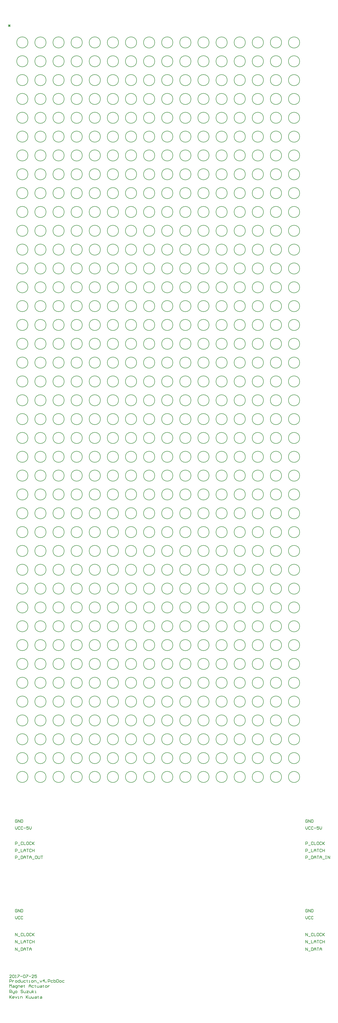
<source format=gto>
G04 Layer_Color=65535*
%FSLAX25Y25*%
%MOIN*%
G70*
G01*
G75*
%ADD11C,0.01000*%
D11*
X4272673Y2527543D02*
G03*
X4272673Y2527543I-11673J0D01*
G01*
Y2567043D02*
G03*
X4272673Y2567043I-11673J0D01*
G01*
Y2606543D02*
G03*
X4272673Y2606543I-11673J0D01*
G01*
Y2646043D02*
G03*
X4272673Y2646043I-11673J0D01*
G01*
Y2685543D02*
G03*
X4272673Y2685543I-11673J0D01*
G01*
Y2725043D02*
G03*
X4272673Y2725043I-11673J0D01*
G01*
Y2764543D02*
G03*
X4272673Y2764543I-11673J0D01*
G01*
Y2804043D02*
G03*
X4272673Y2804043I-11673J0D01*
G01*
Y2843543D02*
G03*
X4272673Y2843543I-11673J0D01*
G01*
Y3159543D02*
G03*
X4272673Y3159543I-11673J0D01*
G01*
Y3475543D02*
G03*
X4272673Y3475543I-11673J0D01*
G01*
Y3791587D02*
G03*
X4272673Y3791587I-11673J0D01*
G01*
Y2883043D02*
G03*
X4272673Y2883043I-11673J0D01*
G01*
Y3199043D02*
G03*
X4272673Y3199043I-11673J0D01*
G01*
Y3515043D02*
G03*
X4272673Y3515043I-11673J0D01*
G01*
Y3831087D02*
G03*
X4272673Y3831087I-11673J0D01*
G01*
Y2922543D02*
G03*
X4272673Y2922543I-11673J0D01*
G01*
Y3238543D02*
G03*
X4272673Y3238543I-11673J0D01*
G01*
Y3554543D02*
G03*
X4272673Y3554543I-11673J0D01*
G01*
Y3870587D02*
G03*
X4272673Y3870587I-11673J0D01*
G01*
Y2962043D02*
G03*
X4272673Y2962043I-11673J0D01*
G01*
Y3278043D02*
G03*
X4272673Y3278043I-11673J0D01*
G01*
Y3594043D02*
G03*
X4272673Y3594043I-11673J0D01*
G01*
Y3910086D02*
G03*
X4272673Y3910086I-11673J0D01*
G01*
Y3001543D02*
G03*
X4272673Y3001543I-11673J0D01*
G01*
Y3317543D02*
G03*
X4272673Y3317543I-11673J0D01*
G01*
Y3633543D02*
G03*
X4272673Y3633543I-11673J0D01*
G01*
Y3949586D02*
G03*
X4272673Y3949586I-11673J0D01*
G01*
Y3041043D02*
G03*
X4272673Y3041043I-11673J0D01*
G01*
Y3357043D02*
G03*
X4272673Y3357043I-11673J0D01*
G01*
Y3673043D02*
G03*
X4272673Y3673043I-11673J0D01*
G01*
Y3989087D02*
G03*
X4272673Y3989087I-11673J0D01*
G01*
Y3080543D02*
G03*
X4272673Y3080543I-11673J0D01*
G01*
Y3396543D02*
G03*
X4272673Y3396543I-11673J0D01*
G01*
Y3712543D02*
G03*
X4272673Y3712543I-11673J0D01*
G01*
Y4028587D02*
G03*
X4272673Y4028587I-11673J0D01*
G01*
Y3120043D02*
G03*
X4272673Y3120043I-11673J0D01*
G01*
Y3436043D02*
G03*
X4272673Y3436043I-11673J0D01*
G01*
Y3752043D02*
G03*
X4272673Y3752043I-11673J0D01*
G01*
Y4068087D02*
G03*
X4272673Y4068087I-11673J0D01*
G01*
X4310673Y2527500D02*
G03*
X4310673Y2527500I-11673J0D01*
G01*
Y2567000D02*
G03*
X4310673Y2567000I-11673J0D01*
G01*
Y2606500D02*
G03*
X4310673Y2606500I-11673J0D01*
G01*
Y2646000D02*
G03*
X4310673Y2646000I-11673J0D01*
G01*
Y2685500D02*
G03*
X4310673Y2685500I-11673J0D01*
G01*
Y2725000D02*
G03*
X4310673Y2725000I-11673J0D01*
G01*
Y2764500D02*
G03*
X4310673Y2764500I-11673J0D01*
G01*
Y2804000D02*
G03*
X4310673Y2804000I-11673J0D01*
G01*
Y2843500D02*
G03*
X4310673Y2843500I-11673J0D01*
G01*
Y3159500D02*
G03*
X4310673Y3159500I-11673J0D01*
G01*
Y3475500D02*
G03*
X4310673Y3475500I-11673J0D01*
G01*
Y3791500D02*
G03*
X4310673Y3791500I-11673J0D01*
G01*
Y2883000D02*
G03*
X4310673Y2883000I-11673J0D01*
G01*
Y3199000D02*
G03*
X4310673Y3199000I-11673J0D01*
G01*
Y3515000D02*
G03*
X4310673Y3515000I-11673J0D01*
G01*
Y3831000D02*
G03*
X4310673Y3831000I-11673J0D01*
G01*
Y2922500D02*
G03*
X4310673Y2922500I-11673J0D01*
G01*
Y3238500D02*
G03*
X4310673Y3238500I-11673J0D01*
G01*
Y3554500D02*
G03*
X4310673Y3554500I-11673J0D01*
G01*
Y3870500D02*
G03*
X4310673Y3870500I-11673J0D01*
G01*
Y2962000D02*
G03*
X4310673Y2962000I-11673J0D01*
G01*
Y3278000D02*
G03*
X4310673Y3278000I-11673J0D01*
G01*
Y3594000D02*
G03*
X4310673Y3594000I-11673J0D01*
G01*
Y3910000D02*
G03*
X4310673Y3910000I-11673J0D01*
G01*
Y3001500D02*
G03*
X4310673Y3001500I-11673J0D01*
G01*
Y3317500D02*
G03*
X4310673Y3317500I-11673J0D01*
G01*
Y3633500D02*
G03*
X4310673Y3633500I-11673J0D01*
G01*
Y3949500D02*
G03*
X4310673Y3949500I-11673J0D01*
G01*
Y3041000D02*
G03*
X4310673Y3041000I-11673J0D01*
G01*
Y3357000D02*
G03*
X4310673Y3357000I-11673J0D01*
G01*
Y3673000D02*
G03*
X4310673Y3673000I-11673J0D01*
G01*
Y3989000D02*
G03*
X4310673Y3989000I-11673J0D01*
G01*
Y3080500D02*
G03*
X4310673Y3080500I-11673J0D01*
G01*
Y3396500D02*
G03*
X4310673Y3396500I-11673J0D01*
G01*
Y3712500D02*
G03*
X4310673Y3712500I-11673J0D01*
G01*
Y4028500D02*
G03*
X4310673Y4028500I-11673J0D01*
G01*
Y3120000D02*
G03*
X4310673Y3120000I-11673J0D01*
G01*
Y3436000D02*
G03*
X4310673Y3436000I-11673J0D01*
G01*
Y3752000D02*
G03*
X4310673Y3752000I-11673J0D01*
G01*
Y4068000D02*
G03*
X4310673Y4068000I-11673J0D01*
G01*
X4348672Y2527543D02*
G03*
X4348672Y2527543I-11673J0D01*
G01*
Y2567043D02*
G03*
X4348672Y2567043I-11673J0D01*
G01*
Y2606543D02*
G03*
X4348672Y2606543I-11673J0D01*
G01*
Y2646043D02*
G03*
X4348672Y2646043I-11673J0D01*
G01*
Y2685543D02*
G03*
X4348672Y2685543I-11673J0D01*
G01*
Y2725043D02*
G03*
X4348672Y2725043I-11673J0D01*
G01*
Y2764543D02*
G03*
X4348672Y2764543I-11673J0D01*
G01*
Y2804043D02*
G03*
X4348672Y2804043I-11673J0D01*
G01*
Y2843543D02*
G03*
X4348672Y2843543I-11673J0D01*
G01*
Y3159543D02*
G03*
X4348672Y3159543I-11673J0D01*
G01*
Y3475543D02*
G03*
X4348672Y3475543I-11673J0D01*
G01*
Y3791587D02*
G03*
X4348672Y3791587I-11673J0D01*
G01*
Y2883043D02*
G03*
X4348672Y2883043I-11673J0D01*
G01*
Y3199043D02*
G03*
X4348672Y3199043I-11673J0D01*
G01*
Y3515043D02*
G03*
X4348672Y3515043I-11673J0D01*
G01*
Y3831087D02*
G03*
X4348672Y3831087I-11673J0D01*
G01*
Y2922543D02*
G03*
X4348672Y2922543I-11673J0D01*
G01*
Y3238543D02*
G03*
X4348672Y3238543I-11673J0D01*
G01*
Y3554543D02*
G03*
X4348672Y3554543I-11673J0D01*
G01*
Y3870587D02*
G03*
X4348672Y3870587I-11673J0D01*
G01*
Y2962043D02*
G03*
X4348672Y2962043I-11673J0D01*
G01*
Y3278043D02*
G03*
X4348672Y3278043I-11673J0D01*
G01*
Y3594043D02*
G03*
X4348672Y3594043I-11673J0D01*
G01*
Y3910086D02*
G03*
X4348672Y3910086I-11673J0D01*
G01*
Y3001543D02*
G03*
X4348672Y3001543I-11673J0D01*
G01*
Y3317543D02*
G03*
X4348672Y3317543I-11673J0D01*
G01*
Y3633543D02*
G03*
X4348672Y3633543I-11673J0D01*
G01*
Y3949586D02*
G03*
X4348672Y3949586I-11673J0D01*
G01*
Y3041043D02*
G03*
X4348672Y3041043I-11673J0D01*
G01*
Y3357043D02*
G03*
X4348672Y3357043I-11673J0D01*
G01*
Y3673043D02*
G03*
X4348672Y3673043I-11673J0D01*
G01*
Y3989087D02*
G03*
X4348672Y3989087I-11673J0D01*
G01*
Y3080543D02*
G03*
X4348672Y3080543I-11673J0D01*
G01*
Y3396543D02*
G03*
X4348672Y3396543I-11673J0D01*
G01*
Y3712543D02*
G03*
X4348672Y3712543I-11673J0D01*
G01*
Y4028587D02*
G03*
X4348672Y4028587I-11673J0D01*
G01*
Y3120043D02*
G03*
X4348672Y3120043I-11673J0D01*
G01*
Y3436043D02*
G03*
X4348672Y3436043I-11673J0D01*
G01*
Y3752043D02*
G03*
X4348672Y3752043I-11673J0D01*
G01*
Y4068087D02*
G03*
X4348672Y4068087I-11673J0D01*
G01*
X4386673Y2527500D02*
G03*
X4386673Y2527500I-11673J0D01*
G01*
Y2567000D02*
G03*
X4386673Y2567000I-11673J0D01*
G01*
Y2606500D02*
G03*
X4386673Y2606500I-11673J0D01*
G01*
Y2646000D02*
G03*
X4386673Y2646000I-11673J0D01*
G01*
Y2685500D02*
G03*
X4386673Y2685500I-11673J0D01*
G01*
Y2725000D02*
G03*
X4386673Y2725000I-11673J0D01*
G01*
Y2764500D02*
G03*
X4386673Y2764500I-11673J0D01*
G01*
Y2804000D02*
G03*
X4386673Y2804000I-11673J0D01*
G01*
Y2843500D02*
G03*
X4386673Y2843500I-11673J0D01*
G01*
Y3159500D02*
G03*
X4386673Y3159500I-11673J0D01*
G01*
Y3475500D02*
G03*
X4386673Y3475500I-11673J0D01*
G01*
Y3791500D02*
G03*
X4386673Y3791500I-11673J0D01*
G01*
Y2883000D02*
G03*
X4386673Y2883000I-11673J0D01*
G01*
Y3199000D02*
G03*
X4386673Y3199000I-11673J0D01*
G01*
Y3515000D02*
G03*
X4386673Y3515000I-11673J0D01*
G01*
Y3831000D02*
G03*
X4386673Y3831000I-11673J0D01*
G01*
Y2922500D02*
G03*
X4386673Y2922500I-11673J0D01*
G01*
Y3238500D02*
G03*
X4386673Y3238500I-11673J0D01*
G01*
Y3554500D02*
G03*
X4386673Y3554500I-11673J0D01*
G01*
Y3870500D02*
G03*
X4386673Y3870500I-11673J0D01*
G01*
Y2962000D02*
G03*
X4386673Y2962000I-11673J0D01*
G01*
Y3278000D02*
G03*
X4386673Y3278000I-11673J0D01*
G01*
Y3594000D02*
G03*
X4386673Y3594000I-11673J0D01*
G01*
Y3910000D02*
G03*
X4386673Y3910000I-11673J0D01*
G01*
Y3001500D02*
G03*
X4386673Y3001500I-11673J0D01*
G01*
Y3317500D02*
G03*
X4386673Y3317500I-11673J0D01*
G01*
Y3633500D02*
G03*
X4386673Y3633500I-11673J0D01*
G01*
Y3949500D02*
G03*
X4386673Y3949500I-11673J0D01*
G01*
Y3041000D02*
G03*
X4386673Y3041000I-11673J0D01*
G01*
Y3357000D02*
G03*
X4386673Y3357000I-11673J0D01*
G01*
Y3673000D02*
G03*
X4386673Y3673000I-11673J0D01*
G01*
Y3989000D02*
G03*
X4386673Y3989000I-11673J0D01*
G01*
Y3080500D02*
G03*
X4386673Y3080500I-11673J0D01*
G01*
Y3396500D02*
G03*
X4386673Y3396500I-11673J0D01*
G01*
Y3712500D02*
G03*
X4386673Y3712500I-11673J0D01*
G01*
Y4028500D02*
G03*
X4386673Y4028500I-11673J0D01*
G01*
Y3120000D02*
G03*
X4386673Y3120000I-11673J0D01*
G01*
Y3436000D02*
G03*
X4386673Y3436000I-11673J0D01*
G01*
Y3752000D02*
G03*
X4386673Y3752000I-11673J0D01*
G01*
Y4068000D02*
G03*
X4386673Y4068000I-11673J0D01*
G01*
X4424673Y2527543D02*
G03*
X4424673Y2527543I-11673J0D01*
G01*
Y2567043D02*
G03*
X4424673Y2567043I-11673J0D01*
G01*
Y2606543D02*
G03*
X4424673Y2606543I-11673J0D01*
G01*
Y2646043D02*
G03*
X4424673Y2646043I-11673J0D01*
G01*
Y2685543D02*
G03*
X4424673Y2685543I-11673J0D01*
G01*
Y2725043D02*
G03*
X4424673Y2725043I-11673J0D01*
G01*
Y2764543D02*
G03*
X4424673Y2764543I-11673J0D01*
G01*
Y2804043D02*
G03*
X4424673Y2804043I-11673J0D01*
G01*
Y2843543D02*
G03*
X4424673Y2843543I-11673J0D01*
G01*
Y3159543D02*
G03*
X4424673Y3159543I-11673J0D01*
G01*
Y3475543D02*
G03*
X4424673Y3475543I-11673J0D01*
G01*
Y3791587D02*
G03*
X4424673Y3791587I-11673J0D01*
G01*
Y2883043D02*
G03*
X4424673Y2883043I-11673J0D01*
G01*
Y3199043D02*
G03*
X4424673Y3199043I-11673J0D01*
G01*
Y3515043D02*
G03*
X4424673Y3515043I-11673J0D01*
G01*
Y3831087D02*
G03*
X4424673Y3831087I-11673J0D01*
G01*
Y2922543D02*
G03*
X4424673Y2922543I-11673J0D01*
G01*
Y3238543D02*
G03*
X4424673Y3238543I-11673J0D01*
G01*
Y3554543D02*
G03*
X4424673Y3554543I-11673J0D01*
G01*
Y3870587D02*
G03*
X4424673Y3870587I-11673J0D01*
G01*
Y2962043D02*
G03*
X4424673Y2962043I-11673J0D01*
G01*
Y3278043D02*
G03*
X4424673Y3278043I-11673J0D01*
G01*
Y3594043D02*
G03*
X4424673Y3594043I-11673J0D01*
G01*
Y3910086D02*
G03*
X4424673Y3910086I-11673J0D01*
G01*
Y3001543D02*
G03*
X4424673Y3001543I-11673J0D01*
G01*
Y3317543D02*
G03*
X4424673Y3317543I-11673J0D01*
G01*
Y3633543D02*
G03*
X4424673Y3633543I-11673J0D01*
G01*
Y3949586D02*
G03*
X4424673Y3949586I-11673J0D01*
G01*
Y3041043D02*
G03*
X4424673Y3041043I-11673J0D01*
G01*
Y3357043D02*
G03*
X4424673Y3357043I-11673J0D01*
G01*
Y3673043D02*
G03*
X4424673Y3673043I-11673J0D01*
G01*
Y3989087D02*
G03*
X4424673Y3989087I-11673J0D01*
G01*
Y3080543D02*
G03*
X4424673Y3080543I-11673J0D01*
G01*
Y3396543D02*
G03*
X4424673Y3396543I-11673J0D01*
G01*
Y3712543D02*
G03*
X4424673Y3712543I-11673J0D01*
G01*
Y4028587D02*
G03*
X4424673Y4028587I-11673J0D01*
G01*
Y3120043D02*
G03*
X4424673Y3120043I-11673J0D01*
G01*
Y3436043D02*
G03*
X4424673Y3436043I-11673J0D01*
G01*
Y3752043D02*
G03*
X4424673Y3752043I-11673J0D01*
G01*
Y4068087D02*
G03*
X4424673Y4068087I-11673J0D01*
G01*
X4462672Y2527500D02*
G03*
X4462672Y2527500I-11673J0D01*
G01*
Y2567000D02*
G03*
X4462672Y2567000I-11673J0D01*
G01*
Y2606500D02*
G03*
X4462672Y2606500I-11673J0D01*
G01*
Y2646000D02*
G03*
X4462672Y2646000I-11673J0D01*
G01*
Y2685500D02*
G03*
X4462672Y2685500I-11673J0D01*
G01*
Y2725000D02*
G03*
X4462672Y2725000I-11673J0D01*
G01*
Y2764500D02*
G03*
X4462672Y2764500I-11673J0D01*
G01*
Y2804000D02*
G03*
X4462672Y2804000I-11673J0D01*
G01*
Y2843500D02*
G03*
X4462672Y2843500I-11673J0D01*
G01*
Y3159500D02*
G03*
X4462672Y3159500I-11673J0D01*
G01*
Y3475500D02*
G03*
X4462672Y3475500I-11673J0D01*
G01*
Y3791500D02*
G03*
X4462672Y3791500I-11673J0D01*
G01*
Y2883000D02*
G03*
X4462672Y2883000I-11673J0D01*
G01*
Y3199000D02*
G03*
X4462672Y3199000I-11673J0D01*
G01*
Y3515000D02*
G03*
X4462672Y3515000I-11673J0D01*
G01*
Y3831000D02*
G03*
X4462672Y3831000I-11673J0D01*
G01*
Y2922500D02*
G03*
X4462672Y2922500I-11673J0D01*
G01*
Y3238500D02*
G03*
X4462672Y3238500I-11673J0D01*
G01*
Y3554500D02*
G03*
X4462672Y3554500I-11673J0D01*
G01*
Y3870500D02*
G03*
X4462672Y3870500I-11673J0D01*
G01*
Y2962000D02*
G03*
X4462672Y2962000I-11673J0D01*
G01*
Y3278000D02*
G03*
X4462672Y3278000I-11673J0D01*
G01*
Y3594000D02*
G03*
X4462672Y3594000I-11673J0D01*
G01*
Y3910000D02*
G03*
X4462672Y3910000I-11673J0D01*
G01*
Y3001500D02*
G03*
X4462672Y3001500I-11673J0D01*
G01*
Y3317500D02*
G03*
X4462672Y3317500I-11673J0D01*
G01*
Y3633500D02*
G03*
X4462672Y3633500I-11673J0D01*
G01*
Y3949500D02*
G03*
X4462672Y3949500I-11673J0D01*
G01*
Y3041000D02*
G03*
X4462672Y3041000I-11673J0D01*
G01*
Y3357000D02*
G03*
X4462672Y3357000I-11673J0D01*
G01*
Y3673000D02*
G03*
X4462672Y3673000I-11673J0D01*
G01*
Y3989000D02*
G03*
X4462672Y3989000I-11673J0D01*
G01*
Y3080500D02*
G03*
X4462672Y3080500I-11673J0D01*
G01*
Y3396500D02*
G03*
X4462672Y3396500I-11673J0D01*
G01*
Y3712500D02*
G03*
X4462672Y3712500I-11673J0D01*
G01*
Y4028500D02*
G03*
X4462672Y4028500I-11673J0D01*
G01*
Y3120000D02*
G03*
X4462672Y3120000I-11673J0D01*
G01*
Y3436000D02*
G03*
X4462672Y3436000I-11673J0D01*
G01*
Y3752000D02*
G03*
X4462672Y3752000I-11673J0D01*
G01*
Y4068000D02*
G03*
X4462672Y4068000I-11673J0D01*
G01*
X4500673Y2527543D02*
G03*
X4500673Y2527543I-11673J0D01*
G01*
Y2567043D02*
G03*
X4500673Y2567043I-11673J0D01*
G01*
Y2606543D02*
G03*
X4500673Y2606543I-11673J0D01*
G01*
Y2646043D02*
G03*
X4500673Y2646043I-11673J0D01*
G01*
Y2685543D02*
G03*
X4500673Y2685543I-11673J0D01*
G01*
Y2725043D02*
G03*
X4500673Y2725043I-11673J0D01*
G01*
Y2764543D02*
G03*
X4500673Y2764543I-11673J0D01*
G01*
Y2804043D02*
G03*
X4500673Y2804043I-11673J0D01*
G01*
Y2843543D02*
G03*
X4500673Y2843543I-11673J0D01*
G01*
Y3159543D02*
G03*
X4500673Y3159543I-11673J0D01*
G01*
Y3475543D02*
G03*
X4500673Y3475543I-11673J0D01*
G01*
Y3791587D02*
G03*
X4500673Y3791587I-11673J0D01*
G01*
Y2883043D02*
G03*
X4500673Y2883043I-11673J0D01*
G01*
Y3199043D02*
G03*
X4500673Y3199043I-11673J0D01*
G01*
Y3515043D02*
G03*
X4500673Y3515043I-11673J0D01*
G01*
Y3831087D02*
G03*
X4500673Y3831087I-11673J0D01*
G01*
Y2922543D02*
G03*
X4500673Y2922543I-11673J0D01*
G01*
Y3238543D02*
G03*
X4500673Y3238543I-11673J0D01*
G01*
Y3554543D02*
G03*
X4500673Y3554543I-11673J0D01*
G01*
Y3870587D02*
G03*
X4500673Y3870587I-11673J0D01*
G01*
Y2962043D02*
G03*
X4500673Y2962043I-11673J0D01*
G01*
Y3278043D02*
G03*
X4500673Y3278043I-11673J0D01*
G01*
Y3594043D02*
G03*
X4500673Y3594043I-11673J0D01*
G01*
Y3910086D02*
G03*
X4500673Y3910086I-11673J0D01*
G01*
Y3001543D02*
G03*
X4500673Y3001543I-11673J0D01*
G01*
Y3317543D02*
G03*
X4500673Y3317543I-11673J0D01*
G01*
Y3633543D02*
G03*
X4500673Y3633543I-11673J0D01*
G01*
Y3949586D02*
G03*
X4500673Y3949586I-11673J0D01*
G01*
Y3041043D02*
G03*
X4500673Y3041043I-11673J0D01*
G01*
Y3357043D02*
G03*
X4500673Y3357043I-11673J0D01*
G01*
Y3673043D02*
G03*
X4500673Y3673043I-11673J0D01*
G01*
Y3989087D02*
G03*
X4500673Y3989087I-11673J0D01*
G01*
Y3080543D02*
G03*
X4500673Y3080543I-11673J0D01*
G01*
Y3396543D02*
G03*
X4500673Y3396543I-11673J0D01*
G01*
Y3712543D02*
G03*
X4500673Y3712543I-11673J0D01*
G01*
Y4028587D02*
G03*
X4500673Y4028587I-11673J0D01*
G01*
Y3120043D02*
G03*
X4500673Y3120043I-11673J0D01*
G01*
Y3436043D02*
G03*
X4500673Y3436043I-11673J0D01*
G01*
Y3752043D02*
G03*
X4500673Y3752043I-11673J0D01*
G01*
Y4068087D02*
G03*
X4500673Y4068087I-11673J0D01*
G01*
X4538673Y2527500D02*
G03*
X4538673Y2527500I-11673J0D01*
G01*
Y2567000D02*
G03*
X4538673Y2567000I-11673J0D01*
G01*
Y2606500D02*
G03*
X4538673Y2606500I-11673J0D01*
G01*
Y2646000D02*
G03*
X4538673Y2646000I-11673J0D01*
G01*
Y2685500D02*
G03*
X4538673Y2685500I-11673J0D01*
G01*
Y2725000D02*
G03*
X4538673Y2725000I-11673J0D01*
G01*
Y2764500D02*
G03*
X4538673Y2764500I-11673J0D01*
G01*
Y2804000D02*
G03*
X4538673Y2804000I-11673J0D01*
G01*
Y2843500D02*
G03*
X4538673Y2843500I-11673J0D01*
G01*
Y3159500D02*
G03*
X4538673Y3159500I-11673J0D01*
G01*
Y3475500D02*
G03*
X4538673Y3475500I-11673J0D01*
G01*
Y3791500D02*
G03*
X4538673Y3791500I-11673J0D01*
G01*
Y2883000D02*
G03*
X4538673Y2883000I-11673J0D01*
G01*
Y3199000D02*
G03*
X4538673Y3199000I-11673J0D01*
G01*
Y3515000D02*
G03*
X4538673Y3515000I-11673J0D01*
G01*
Y3831000D02*
G03*
X4538673Y3831000I-11673J0D01*
G01*
Y2922500D02*
G03*
X4538673Y2922500I-11673J0D01*
G01*
Y3238500D02*
G03*
X4538673Y3238500I-11673J0D01*
G01*
Y3554500D02*
G03*
X4538673Y3554500I-11673J0D01*
G01*
Y3870500D02*
G03*
X4538673Y3870500I-11673J0D01*
G01*
Y2962000D02*
G03*
X4538673Y2962000I-11673J0D01*
G01*
Y3278000D02*
G03*
X4538673Y3278000I-11673J0D01*
G01*
Y3594000D02*
G03*
X4538673Y3594000I-11673J0D01*
G01*
Y3910000D02*
G03*
X4538673Y3910000I-11673J0D01*
G01*
Y3001500D02*
G03*
X4538673Y3001500I-11673J0D01*
G01*
Y3317500D02*
G03*
X4538673Y3317500I-11673J0D01*
G01*
Y3633500D02*
G03*
X4538673Y3633500I-11673J0D01*
G01*
Y3949500D02*
G03*
X4538673Y3949500I-11673J0D01*
G01*
Y3041000D02*
G03*
X4538673Y3041000I-11673J0D01*
G01*
Y3357000D02*
G03*
X4538673Y3357000I-11673J0D01*
G01*
Y3673000D02*
G03*
X4538673Y3673000I-11673J0D01*
G01*
Y3989000D02*
G03*
X4538673Y3989000I-11673J0D01*
G01*
Y3080500D02*
G03*
X4538673Y3080500I-11673J0D01*
G01*
Y3396500D02*
G03*
X4538673Y3396500I-11673J0D01*
G01*
Y3712500D02*
G03*
X4538673Y3712500I-11673J0D01*
G01*
Y4028500D02*
G03*
X4538673Y4028500I-11673J0D01*
G01*
Y3120000D02*
G03*
X4538673Y3120000I-11673J0D01*
G01*
Y3436000D02*
G03*
X4538673Y3436000I-11673J0D01*
G01*
Y3752000D02*
G03*
X4538673Y3752000I-11673J0D01*
G01*
Y4068000D02*
G03*
X4538673Y4068000I-11673J0D01*
G01*
X4576673Y2527543D02*
G03*
X4576673Y2527543I-11673J0D01*
G01*
Y2567043D02*
G03*
X4576673Y2567043I-11673J0D01*
G01*
Y2606543D02*
G03*
X4576673Y2606543I-11673J0D01*
G01*
Y2646043D02*
G03*
X4576673Y2646043I-11673J0D01*
G01*
Y2685543D02*
G03*
X4576673Y2685543I-11673J0D01*
G01*
Y2725043D02*
G03*
X4576673Y2725043I-11673J0D01*
G01*
Y2764543D02*
G03*
X4576673Y2764543I-11673J0D01*
G01*
Y2804043D02*
G03*
X4576673Y2804043I-11673J0D01*
G01*
Y2843543D02*
G03*
X4576673Y2843543I-11673J0D01*
G01*
Y3159543D02*
G03*
X4576673Y3159543I-11673J0D01*
G01*
Y3475543D02*
G03*
X4576673Y3475543I-11673J0D01*
G01*
Y3791587D02*
G03*
X4576673Y3791587I-11673J0D01*
G01*
Y2883043D02*
G03*
X4576673Y2883043I-11673J0D01*
G01*
Y3199043D02*
G03*
X4576673Y3199043I-11673J0D01*
G01*
Y3515043D02*
G03*
X4576673Y3515043I-11673J0D01*
G01*
Y3831087D02*
G03*
X4576673Y3831087I-11673J0D01*
G01*
Y2922543D02*
G03*
X4576673Y2922543I-11673J0D01*
G01*
Y3238543D02*
G03*
X4576673Y3238543I-11673J0D01*
G01*
Y3554543D02*
G03*
X4576673Y3554543I-11673J0D01*
G01*
Y3870587D02*
G03*
X4576673Y3870587I-11673J0D01*
G01*
Y2962043D02*
G03*
X4576673Y2962043I-11673J0D01*
G01*
Y3278043D02*
G03*
X4576673Y3278043I-11673J0D01*
G01*
Y3594043D02*
G03*
X4576673Y3594043I-11673J0D01*
G01*
Y3910086D02*
G03*
X4576673Y3910086I-11673J0D01*
G01*
Y3001543D02*
G03*
X4576673Y3001543I-11673J0D01*
G01*
Y3317543D02*
G03*
X4576673Y3317543I-11673J0D01*
G01*
Y3633543D02*
G03*
X4576673Y3633543I-11673J0D01*
G01*
Y3949586D02*
G03*
X4576673Y3949586I-11673J0D01*
G01*
Y3041043D02*
G03*
X4576673Y3041043I-11673J0D01*
G01*
Y3357043D02*
G03*
X4576673Y3357043I-11673J0D01*
G01*
Y3673043D02*
G03*
X4576673Y3673043I-11673J0D01*
G01*
Y3989087D02*
G03*
X4576673Y3989087I-11673J0D01*
G01*
Y3080543D02*
G03*
X4576673Y3080543I-11673J0D01*
G01*
Y3396543D02*
G03*
X4576673Y3396543I-11673J0D01*
G01*
Y3712543D02*
G03*
X4576673Y3712543I-11673J0D01*
G01*
Y4028587D02*
G03*
X4576673Y4028587I-11673J0D01*
G01*
Y3120043D02*
G03*
X4576673Y3120043I-11673J0D01*
G01*
Y3436043D02*
G03*
X4576673Y3436043I-11673J0D01*
G01*
Y3752043D02*
G03*
X4576673Y3752043I-11673J0D01*
G01*
Y4068087D02*
G03*
X4576673Y4068087I-11673J0D01*
G01*
X4614672Y2527500D02*
G03*
X4614672Y2527500I-11673J0D01*
G01*
Y2567000D02*
G03*
X4614672Y2567000I-11673J0D01*
G01*
Y2606500D02*
G03*
X4614672Y2606500I-11673J0D01*
G01*
Y2646000D02*
G03*
X4614672Y2646000I-11673J0D01*
G01*
Y2685500D02*
G03*
X4614672Y2685500I-11673J0D01*
G01*
Y2725000D02*
G03*
X4614672Y2725000I-11673J0D01*
G01*
Y2764500D02*
G03*
X4614672Y2764500I-11673J0D01*
G01*
Y2804000D02*
G03*
X4614672Y2804000I-11673J0D01*
G01*
Y2843500D02*
G03*
X4614672Y2843500I-11673J0D01*
G01*
Y3159500D02*
G03*
X4614672Y3159500I-11673J0D01*
G01*
Y3475500D02*
G03*
X4614672Y3475500I-11673J0D01*
G01*
Y3791500D02*
G03*
X4614672Y3791500I-11673J0D01*
G01*
Y2883000D02*
G03*
X4614672Y2883000I-11673J0D01*
G01*
Y3199000D02*
G03*
X4614672Y3199000I-11673J0D01*
G01*
Y3515000D02*
G03*
X4614672Y3515000I-11673J0D01*
G01*
Y3831000D02*
G03*
X4614672Y3831000I-11673J0D01*
G01*
Y2922500D02*
G03*
X4614672Y2922500I-11673J0D01*
G01*
Y3238500D02*
G03*
X4614672Y3238500I-11673J0D01*
G01*
Y3554500D02*
G03*
X4614672Y3554500I-11673J0D01*
G01*
Y3870500D02*
G03*
X4614672Y3870500I-11673J0D01*
G01*
Y2962000D02*
G03*
X4614672Y2962000I-11673J0D01*
G01*
Y3278000D02*
G03*
X4614672Y3278000I-11673J0D01*
G01*
Y3594000D02*
G03*
X4614672Y3594000I-11673J0D01*
G01*
Y3910000D02*
G03*
X4614672Y3910000I-11673J0D01*
G01*
Y3001500D02*
G03*
X4614672Y3001500I-11673J0D01*
G01*
Y3317500D02*
G03*
X4614672Y3317500I-11673J0D01*
G01*
Y3633500D02*
G03*
X4614672Y3633500I-11673J0D01*
G01*
Y3949500D02*
G03*
X4614672Y3949500I-11673J0D01*
G01*
Y3041000D02*
G03*
X4614672Y3041000I-11673J0D01*
G01*
Y3357000D02*
G03*
X4614672Y3357000I-11673J0D01*
G01*
Y3673000D02*
G03*
X4614672Y3673000I-11673J0D01*
G01*
Y3989000D02*
G03*
X4614672Y3989000I-11673J0D01*
G01*
Y3080500D02*
G03*
X4614672Y3080500I-11673J0D01*
G01*
Y3396500D02*
G03*
X4614672Y3396500I-11673J0D01*
G01*
Y3712500D02*
G03*
X4614672Y3712500I-11673J0D01*
G01*
Y4028500D02*
G03*
X4614672Y4028500I-11673J0D01*
G01*
Y3120000D02*
G03*
X4614672Y3120000I-11673J0D01*
G01*
Y3436000D02*
G03*
X4614672Y3436000I-11673J0D01*
G01*
Y3752000D02*
G03*
X4614672Y3752000I-11673J0D01*
G01*
Y4068000D02*
G03*
X4614672Y4068000I-11673J0D01*
G01*
X4652673Y2527543D02*
G03*
X4652673Y2527543I-11673J0D01*
G01*
Y2567043D02*
G03*
X4652673Y2567043I-11673J0D01*
G01*
Y2606543D02*
G03*
X4652673Y2606543I-11673J0D01*
G01*
Y2646043D02*
G03*
X4652673Y2646043I-11673J0D01*
G01*
Y2685543D02*
G03*
X4652673Y2685543I-11673J0D01*
G01*
Y2725043D02*
G03*
X4652673Y2725043I-11673J0D01*
G01*
Y2764543D02*
G03*
X4652673Y2764543I-11673J0D01*
G01*
Y2804043D02*
G03*
X4652673Y2804043I-11673J0D01*
G01*
Y2843543D02*
G03*
X4652673Y2843543I-11673J0D01*
G01*
Y3159543D02*
G03*
X4652673Y3159543I-11673J0D01*
G01*
Y3475543D02*
G03*
X4652673Y3475543I-11673J0D01*
G01*
Y3791587D02*
G03*
X4652673Y3791587I-11673J0D01*
G01*
Y2883043D02*
G03*
X4652673Y2883043I-11673J0D01*
G01*
Y3199043D02*
G03*
X4652673Y3199043I-11673J0D01*
G01*
Y3515043D02*
G03*
X4652673Y3515043I-11673J0D01*
G01*
Y3831087D02*
G03*
X4652673Y3831087I-11673J0D01*
G01*
Y2922543D02*
G03*
X4652673Y2922543I-11673J0D01*
G01*
Y3238543D02*
G03*
X4652673Y3238543I-11673J0D01*
G01*
Y3554543D02*
G03*
X4652673Y3554543I-11673J0D01*
G01*
Y3870587D02*
G03*
X4652673Y3870587I-11673J0D01*
G01*
Y2962043D02*
G03*
X4652673Y2962043I-11673J0D01*
G01*
Y3278043D02*
G03*
X4652673Y3278043I-11673J0D01*
G01*
Y3594043D02*
G03*
X4652673Y3594043I-11673J0D01*
G01*
Y3910086D02*
G03*
X4652673Y3910086I-11673J0D01*
G01*
Y3001543D02*
G03*
X4652673Y3001543I-11673J0D01*
G01*
Y3317543D02*
G03*
X4652673Y3317543I-11673J0D01*
G01*
Y3633543D02*
G03*
X4652673Y3633543I-11673J0D01*
G01*
Y3949586D02*
G03*
X4652673Y3949586I-11673J0D01*
G01*
Y3041043D02*
G03*
X4652673Y3041043I-11673J0D01*
G01*
Y3357043D02*
G03*
X4652673Y3357043I-11673J0D01*
G01*
Y3673043D02*
G03*
X4652673Y3673043I-11673J0D01*
G01*
Y3989087D02*
G03*
X4652673Y3989087I-11673J0D01*
G01*
Y3080543D02*
G03*
X4652673Y3080543I-11673J0D01*
G01*
Y3396543D02*
G03*
X4652673Y3396543I-11673J0D01*
G01*
Y3712543D02*
G03*
X4652673Y3712543I-11673J0D01*
G01*
Y4028587D02*
G03*
X4652673Y4028587I-11673J0D01*
G01*
Y3120043D02*
G03*
X4652673Y3120043I-11673J0D01*
G01*
Y3436043D02*
G03*
X4652673Y3436043I-11673J0D01*
G01*
Y3752043D02*
G03*
X4652673Y3752043I-11673J0D01*
G01*
Y4068087D02*
G03*
X4652673Y4068087I-11673J0D01*
G01*
X4690673Y2527500D02*
G03*
X4690673Y2527500I-11673J0D01*
G01*
Y2567000D02*
G03*
X4690673Y2567000I-11673J0D01*
G01*
Y2606500D02*
G03*
X4690673Y2606500I-11673J0D01*
G01*
Y2646000D02*
G03*
X4690673Y2646000I-11673J0D01*
G01*
Y2685500D02*
G03*
X4690673Y2685500I-11673J0D01*
G01*
Y2725000D02*
G03*
X4690673Y2725000I-11673J0D01*
G01*
Y2764500D02*
G03*
X4690673Y2764500I-11673J0D01*
G01*
Y2804000D02*
G03*
X4690673Y2804000I-11673J0D01*
G01*
Y2843500D02*
G03*
X4690673Y2843500I-11673J0D01*
G01*
Y3159500D02*
G03*
X4690673Y3159500I-11673J0D01*
G01*
Y3475500D02*
G03*
X4690673Y3475500I-11673J0D01*
G01*
Y3791500D02*
G03*
X4690673Y3791500I-11673J0D01*
G01*
Y2883000D02*
G03*
X4690673Y2883000I-11673J0D01*
G01*
Y3199000D02*
G03*
X4690673Y3199000I-11673J0D01*
G01*
Y3515000D02*
G03*
X4690673Y3515000I-11673J0D01*
G01*
Y3831000D02*
G03*
X4690673Y3831000I-11673J0D01*
G01*
Y2922500D02*
G03*
X4690673Y2922500I-11673J0D01*
G01*
Y3238500D02*
G03*
X4690673Y3238500I-11673J0D01*
G01*
Y3554500D02*
G03*
X4690673Y3554500I-11673J0D01*
G01*
Y3870500D02*
G03*
X4690673Y3870500I-11673J0D01*
G01*
Y2962000D02*
G03*
X4690673Y2962000I-11673J0D01*
G01*
Y3278000D02*
G03*
X4690673Y3278000I-11673J0D01*
G01*
Y3594000D02*
G03*
X4690673Y3594000I-11673J0D01*
G01*
Y3910000D02*
G03*
X4690673Y3910000I-11673J0D01*
G01*
Y3001500D02*
G03*
X4690673Y3001500I-11673J0D01*
G01*
Y3317500D02*
G03*
X4690673Y3317500I-11673J0D01*
G01*
Y3633500D02*
G03*
X4690673Y3633500I-11673J0D01*
G01*
Y3949500D02*
G03*
X4690673Y3949500I-11673J0D01*
G01*
Y3041000D02*
G03*
X4690673Y3041000I-11673J0D01*
G01*
Y3357000D02*
G03*
X4690673Y3357000I-11673J0D01*
G01*
Y3673000D02*
G03*
X4690673Y3673000I-11673J0D01*
G01*
Y3989000D02*
G03*
X4690673Y3989000I-11673J0D01*
G01*
Y3080500D02*
G03*
X4690673Y3080500I-11673J0D01*
G01*
Y3396500D02*
G03*
X4690673Y3396500I-11673J0D01*
G01*
Y3712500D02*
G03*
X4690673Y3712500I-11673J0D01*
G01*
Y4028500D02*
G03*
X4690673Y4028500I-11673J0D01*
G01*
Y3120000D02*
G03*
X4690673Y3120000I-11673J0D01*
G01*
Y3436000D02*
G03*
X4690673Y3436000I-11673J0D01*
G01*
Y3752000D02*
G03*
X4690673Y3752000I-11673J0D01*
G01*
Y4068000D02*
G03*
X4690673Y4068000I-11673J0D01*
G01*
X4728673Y2527543D02*
G03*
X4728673Y2527543I-11673J0D01*
G01*
Y2567043D02*
G03*
X4728673Y2567043I-11673J0D01*
G01*
Y2606543D02*
G03*
X4728673Y2606543I-11673J0D01*
G01*
Y2646043D02*
G03*
X4728673Y2646043I-11673J0D01*
G01*
Y2685543D02*
G03*
X4728673Y2685543I-11673J0D01*
G01*
Y2725043D02*
G03*
X4728673Y2725043I-11673J0D01*
G01*
Y2764543D02*
G03*
X4728673Y2764543I-11673J0D01*
G01*
Y2804043D02*
G03*
X4728673Y2804043I-11673J0D01*
G01*
Y2843543D02*
G03*
X4728673Y2843543I-11673J0D01*
G01*
Y3159543D02*
G03*
X4728673Y3159543I-11673J0D01*
G01*
Y3475543D02*
G03*
X4728673Y3475543I-11673J0D01*
G01*
Y3791587D02*
G03*
X4728673Y3791587I-11673J0D01*
G01*
Y2883043D02*
G03*
X4728673Y2883043I-11673J0D01*
G01*
Y3199043D02*
G03*
X4728673Y3199043I-11673J0D01*
G01*
Y3515043D02*
G03*
X4728673Y3515043I-11673J0D01*
G01*
Y3831087D02*
G03*
X4728673Y3831087I-11673J0D01*
G01*
Y2922543D02*
G03*
X4728673Y2922543I-11673J0D01*
G01*
Y3238543D02*
G03*
X4728673Y3238543I-11673J0D01*
G01*
Y3554543D02*
G03*
X4728673Y3554543I-11673J0D01*
G01*
Y3870587D02*
G03*
X4728673Y3870587I-11673J0D01*
G01*
Y2962043D02*
G03*
X4728673Y2962043I-11673J0D01*
G01*
Y3278043D02*
G03*
X4728673Y3278043I-11673J0D01*
G01*
Y3594043D02*
G03*
X4728673Y3594043I-11673J0D01*
G01*
Y3910086D02*
G03*
X4728673Y3910086I-11673J0D01*
G01*
Y3001543D02*
G03*
X4728673Y3001543I-11673J0D01*
G01*
Y3317543D02*
G03*
X4728673Y3317543I-11673J0D01*
G01*
Y3633543D02*
G03*
X4728673Y3633543I-11673J0D01*
G01*
Y3949586D02*
G03*
X4728673Y3949586I-11673J0D01*
G01*
Y3041043D02*
G03*
X4728673Y3041043I-11673J0D01*
G01*
Y3357043D02*
G03*
X4728673Y3357043I-11673J0D01*
G01*
Y3673043D02*
G03*
X4728673Y3673043I-11673J0D01*
G01*
Y3989087D02*
G03*
X4728673Y3989087I-11673J0D01*
G01*
Y3080543D02*
G03*
X4728673Y3080543I-11673J0D01*
G01*
Y3396543D02*
G03*
X4728673Y3396543I-11673J0D01*
G01*
Y3712543D02*
G03*
X4728673Y3712543I-11673J0D01*
G01*
Y4028587D02*
G03*
X4728673Y4028587I-11673J0D01*
G01*
Y3120043D02*
G03*
X4728673Y3120043I-11673J0D01*
G01*
Y3436043D02*
G03*
X4728673Y3436043I-11673J0D01*
G01*
Y3752043D02*
G03*
X4728673Y3752043I-11673J0D01*
G01*
Y4068087D02*
G03*
X4728673Y4068087I-11673J0D01*
G01*
X4766673Y2527500D02*
G03*
X4766673Y2527500I-11673J0D01*
G01*
Y2567000D02*
G03*
X4766673Y2567000I-11673J0D01*
G01*
Y2606500D02*
G03*
X4766673Y2606500I-11673J0D01*
G01*
Y2646000D02*
G03*
X4766673Y2646000I-11673J0D01*
G01*
Y2685500D02*
G03*
X4766673Y2685500I-11673J0D01*
G01*
Y2725000D02*
G03*
X4766673Y2725000I-11673J0D01*
G01*
Y2764500D02*
G03*
X4766673Y2764500I-11673J0D01*
G01*
Y2804000D02*
G03*
X4766673Y2804000I-11673J0D01*
G01*
Y2843500D02*
G03*
X4766673Y2843500I-11673J0D01*
G01*
Y3159500D02*
G03*
X4766673Y3159500I-11673J0D01*
G01*
Y3475500D02*
G03*
X4766673Y3475500I-11673J0D01*
G01*
Y3791500D02*
G03*
X4766673Y3791500I-11673J0D01*
G01*
Y2883000D02*
G03*
X4766673Y2883000I-11673J0D01*
G01*
Y3199000D02*
G03*
X4766673Y3199000I-11673J0D01*
G01*
Y3515000D02*
G03*
X4766673Y3515000I-11673J0D01*
G01*
Y3831000D02*
G03*
X4766673Y3831000I-11673J0D01*
G01*
Y2922500D02*
G03*
X4766673Y2922500I-11673J0D01*
G01*
Y3238500D02*
G03*
X4766673Y3238500I-11673J0D01*
G01*
Y3554500D02*
G03*
X4766673Y3554500I-11673J0D01*
G01*
Y3870500D02*
G03*
X4766673Y3870500I-11673J0D01*
G01*
Y2962000D02*
G03*
X4766673Y2962000I-11673J0D01*
G01*
Y3278000D02*
G03*
X4766673Y3278000I-11673J0D01*
G01*
Y3594000D02*
G03*
X4766673Y3594000I-11673J0D01*
G01*
Y3910000D02*
G03*
X4766673Y3910000I-11673J0D01*
G01*
Y3001500D02*
G03*
X4766673Y3001500I-11673J0D01*
G01*
Y3317500D02*
G03*
X4766673Y3317500I-11673J0D01*
G01*
Y3633500D02*
G03*
X4766673Y3633500I-11673J0D01*
G01*
Y3949500D02*
G03*
X4766673Y3949500I-11673J0D01*
G01*
Y3041000D02*
G03*
X4766673Y3041000I-11673J0D01*
G01*
Y3357000D02*
G03*
X4766673Y3357000I-11673J0D01*
G01*
Y3673000D02*
G03*
X4766673Y3673000I-11673J0D01*
G01*
Y3989000D02*
G03*
X4766673Y3989000I-11673J0D01*
G01*
Y3080500D02*
G03*
X4766673Y3080500I-11673J0D01*
G01*
Y3396500D02*
G03*
X4766673Y3396500I-11673J0D01*
G01*
Y3712500D02*
G03*
X4766673Y3712500I-11673J0D01*
G01*
Y4028500D02*
G03*
X4766673Y4028500I-11673J0D01*
G01*
Y3120000D02*
G03*
X4766673Y3120000I-11673J0D01*
G01*
Y3436000D02*
G03*
X4766673Y3436000I-11673J0D01*
G01*
Y3752000D02*
G03*
X4766673Y3752000I-11673J0D01*
G01*
Y4068000D02*
G03*
X4766673Y4068000I-11673J0D01*
G01*
X4804673Y2527543D02*
G03*
X4804673Y2527543I-11673J0D01*
G01*
Y2567043D02*
G03*
X4804673Y2567043I-11673J0D01*
G01*
Y2606543D02*
G03*
X4804673Y2606543I-11673J0D01*
G01*
Y2646043D02*
G03*
X4804673Y2646043I-11673J0D01*
G01*
Y2685543D02*
G03*
X4804673Y2685543I-11673J0D01*
G01*
Y2725043D02*
G03*
X4804673Y2725043I-11673J0D01*
G01*
Y2764543D02*
G03*
X4804673Y2764543I-11673J0D01*
G01*
Y2804043D02*
G03*
X4804673Y2804043I-11673J0D01*
G01*
Y2843543D02*
G03*
X4804673Y2843543I-11673J0D01*
G01*
Y3159543D02*
G03*
X4804673Y3159543I-11673J0D01*
G01*
Y3475543D02*
G03*
X4804673Y3475543I-11673J0D01*
G01*
Y3791587D02*
G03*
X4804673Y3791587I-11673J0D01*
G01*
Y2883043D02*
G03*
X4804673Y2883043I-11673J0D01*
G01*
Y3199043D02*
G03*
X4804673Y3199043I-11673J0D01*
G01*
Y3515043D02*
G03*
X4804673Y3515043I-11673J0D01*
G01*
Y3831087D02*
G03*
X4804673Y3831087I-11673J0D01*
G01*
Y2922543D02*
G03*
X4804673Y2922543I-11673J0D01*
G01*
Y3238543D02*
G03*
X4804673Y3238543I-11673J0D01*
G01*
Y3554543D02*
G03*
X4804673Y3554543I-11673J0D01*
G01*
Y3870587D02*
G03*
X4804673Y3870587I-11673J0D01*
G01*
Y2962043D02*
G03*
X4804673Y2962043I-11673J0D01*
G01*
Y3278043D02*
G03*
X4804673Y3278043I-11673J0D01*
G01*
Y3594043D02*
G03*
X4804673Y3594043I-11673J0D01*
G01*
Y3910086D02*
G03*
X4804673Y3910086I-11673J0D01*
G01*
Y3001543D02*
G03*
X4804673Y3001543I-11673J0D01*
G01*
Y3317543D02*
G03*
X4804673Y3317543I-11673J0D01*
G01*
Y3633543D02*
G03*
X4804673Y3633543I-11673J0D01*
G01*
Y3949586D02*
G03*
X4804673Y3949586I-11673J0D01*
G01*
Y3041043D02*
G03*
X4804673Y3041043I-11673J0D01*
G01*
Y3357043D02*
G03*
X4804673Y3357043I-11673J0D01*
G01*
Y3673043D02*
G03*
X4804673Y3673043I-11673J0D01*
G01*
Y3989087D02*
G03*
X4804673Y3989087I-11673J0D01*
G01*
Y3080543D02*
G03*
X4804673Y3080543I-11673J0D01*
G01*
Y3396543D02*
G03*
X4804673Y3396543I-11673J0D01*
G01*
Y3712543D02*
G03*
X4804673Y3712543I-11673J0D01*
G01*
Y4028587D02*
G03*
X4804673Y4028587I-11673J0D01*
G01*
Y3120043D02*
G03*
X4804673Y3120043I-11673J0D01*
G01*
Y3436043D02*
G03*
X4804673Y3436043I-11673J0D01*
G01*
Y3752043D02*
G03*
X4804673Y3752043I-11673J0D01*
G01*
Y4068087D02*
G03*
X4804673Y4068087I-11673J0D01*
G01*
X4842673Y2527500D02*
G03*
X4842673Y2527500I-11673J0D01*
G01*
Y2567000D02*
G03*
X4842673Y2567000I-11673J0D01*
G01*
Y2606500D02*
G03*
X4842673Y2606500I-11673J0D01*
G01*
Y2646000D02*
G03*
X4842673Y2646000I-11673J0D01*
G01*
Y2685500D02*
G03*
X4842673Y2685500I-11673J0D01*
G01*
Y2725000D02*
G03*
X4842673Y2725000I-11673J0D01*
G01*
Y2764500D02*
G03*
X4842673Y2764500I-11673J0D01*
G01*
Y2804000D02*
G03*
X4842673Y2804000I-11673J0D01*
G01*
Y2843500D02*
G03*
X4842673Y2843500I-11673J0D01*
G01*
Y3159500D02*
G03*
X4842673Y3159500I-11673J0D01*
G01*
Y3475500D02*
G03*
X4842673Y3475500I-11673J0D01*
G01*
Y3791500D02*
G03*
X4842673Y3791500I-11673J0D01*
G01*
Y2883000D02*
G03*
X4842673Y2883000I-11673J0D01*
G01*
Y3199000D02*
G03*
X4842673Y3199000I-11673J0D01*
G01*
Y3515000D02*
G03*
X4842673Y3515000I-11673J0D01*
G01*
Y3831000D02*
G03*
X4842673Y3831000I-11673J0D01*
G01*
Y2922500D02*
G03*
X4842673Y2922500I-11673J0D01*
G01*
Y3238500D02*
G03*
X4842673Y3238500I-11673J0D01*
G01*
Y3554500D02*
G03*
X4842673Y3554500I-11673J0D01*
G01*
Y3870500D02*
G03*
X4842673Y3870500I-11673J0D01*
G01*
Y2962000D02*
G03*
X4842673Y2962000I-11673J0D01*
G01*
Y3278000D02*
G03*
X4842673Y3278000I-11673J0D01*
G01*
Y3594000D02*
G03*
X4842673Y3594000I-11673J0D01*
G01*
Y3910000D02*
G03*
X4842673Y3910000I-11673J0D01*
G01*
Y3001500D02*
G03*
X4842673Y3001500I-11673J0D01*
G01*
Y3317500D02*
G03*
X4842673Y3317500I-11673J0D01*
G01*
Y3633500D02*
G03*
X4842673Y3633500I-11673J0D01*
G01*
Y3949500D02*
G03*
X4842673Y3949500I-11673J0D01*
G01*
Y3041000D02*
G03*
X4842673Y3041000I-11673J0D01*
G01*
Y3357000D02*
G03*
X4842673Y3357000I-11673J0D01*
G01*
Y3673000D02*
G03*
X4842673Y3673000I-11673J0D01*
G01*
Y3989000D02*
G03*
X4842673Y3989000I-11673J0D01*
G01*
Y3080500D02*
G03*
X4842673Y3080500I-11673J0D01*
G01*
Y3396500D02*
G03*
X4842673Y3396500I-11673J0D01*
G01*
Y3712500D02*
G03*
X4842673Y3712500I-11673J0D01*
G01*
Y4028500D02*
G03*
X4842673Y4028500I-11673J0D01*
G01*
Y3120000D02*
G03*
X4842673Y3120000I-11673J0D01*
G01*
Y3436000D02*
G03*
X4842673Y3436000I-11673J0D01*
G01*
Y3752000D02*
G03*
X4842673Y3752000I-11673J0D01*
G01*
Y4068000D02*
G03*
X4842673Y4068000I-11673J0D01*
G01*
X4855000Y2194000D02*
Y2199998D01*
X4858999Y2194000D01*
Y2199998D01*
X4860998Y2193000D02*
X4864997D01*
X4870995Y2198998D02*
X4869995Y2199998D01*
X4867996D01*
X4866996Y2198998D01*
Y2194999D01*
X4867996Y2194000D01*
X4869995D01*
X4870995Y2194999D01*
X4872994Y2199998D02*
Y2194000D01*
X4876993D01*
X4881991Y2199998D02*
X4879992D01*
X4878992Y2198998D01*
Y2194999D01*
X4879992Y2194000D01*
X4881991D01*
X4882991Y2194999D01*
Y2198998D01*
X4881991Y2199998D01*
X4888989Y2198998D02*
X4887989Y2199998D01*
X4885990D01*
X4884990Y2198998D01*
Y2194999D01*
X4885990Y2194000D01*
X4887989D01*
X4888989Y2194999D01*
X4890989Y2199998D02*
Y2194000D01*
Y2195999D01*
X4894987Y2199998D01*
X4891988Y2196999D01*
X4894987Y2194000D01*
X4855000Y2235498D02*
Y2231499D01*
X4856999Y2229500D01*
X4858999Y2231499D01*
Y2235498D01*
X4864997Y2234498D02*
X4863997Y2235498D01*
X4861998D01*
X4860998Y2234498D01*
Y2230500D01*
X4861998Y2229500D01*
X4863997D01*
X4864997Y2230500D01*
X4870995Y2234498D02*
X4869995Y2235498D01*
X4867996D01*
X4866996Y2234498D01*
Y2230500D01*
X4867996Y2229500D01*
X4869995D01*
X4870995Y2230500D01*
X4246000Y2235498D02*
Y2231499D01*
X4247999Y2229500D01*
X4249999Y2231499D01*
Y2235498D01*
X4255997Y2234498D02*
X4254997Y2235498D01*
X4252998D01*
X4251998Y2234498D01*
Y2230500D01*
X4252998Y2229500D01*
X4254997D01*
X4255997Y2230500D01*
X4261995Y2234498D02*
X4260995Y2235498D01*
X4258996D01*
X4257996Y2234498D01*
Y2230500D01*
X4258996Y2229500D01*
X4260995D01*
X4261995Y2230500D01*
X4858999Y2248998D02*
X4857999Y2249998D01*
X4856000D01*
X4855000Y2248998D01*
Y2245000D01*
X4856000Y2244000D01*
X4857999D01*
X4858999Y2245000D01*
Y2246999D01*
X4856999D01*
X4860998Y2244000D02*
Y2249998D01*
X4864997Y2244000D01*
Y2249998D01*
X4866996D02*
Y2244000D01*
X4869995D01*
X4870995Y2245000D01*
Y2248998D01*
X4869995Y2249998D01*
X4866996D01*
X4855000Y2370500D02*
Y2376498D01*
X4857999D01*
X4858999Y2375498D01*
Y2373499D01*
X4857999Y2372499D01*
X4855000D01*
X4860998Y2369500D02*
X4864997D01*
X4866996Y2376498D02*
Y2370500D01*
X4870995D01*
X4872994D02*
Y2374498D01*
X4874994Y2376498D01*
X4876993Y2374498D01*
Y2370500D01*
Y2373499D01*
X4872994D01*
X4878992Y2376498D02*
X4882991D01*
X4880992D01*
Y2370500D01*
X4888989Y2375498D02*
X4887989Y2376498D01*
X4885990D01*
X4884990Y2375498D01*
Y2371499D01*
X4885990Y2370500D01*
X4887989D01*
X4888989Y2371499D01*
X4890989Y2376498D02*
Y2370500D01*
Y2373499D01*
X4894987D01*
Y2376498D01*
Y2370500D01*
X4855000Y2356000D02*
Y2361998D01*
X4857999D01*
X4858999Y2360998D01*
Y2358999D01*
X4857999Y2357999D01*
X4855000D01*
X4860998Y2355000D02*
X4864997D01*
X4866996Y2361998D02*
Y2356000D01*
X4869995D01*
X4870995Y2356999D01*
Y2360998D01*
X4869995Y2361998D01*
X4866996D01*
X4872994Y2356000D02*
Y2359998D01*
X4874994Y2361998D01*
X4876993Y2359998D01*
Y2356000D01*
Y2358999D01*
X4872994D01*
X4878992Y2361998D02*
X4882991D01*
X4880992D01*
Y2356000D01*
X4884990D02*
Y2359998D01*
X4886990Y2361998D01*
X4888989Y2359998D01*
Y2356000D01*
Y2358999D01*
X4884990D01*
X4890989Y2355000D02*
X4894987D01*
X4896986Y2361998D02*
X4898986D01*
X4897986D01*
Y2356000D01*
X4896986D01*
X4898986D01*
X4901985D02*
Y2361998D01*
X4905983Y2356000D01*
Y2361998D01*
X4246000Y2370500D02*
Y2376498D01*
X4248999D01*
X4249999Y2375498D01*
Y2373499D01*
X4248999Y2372499D01*
X4246000D01*
X4251998Y2369500D02*
X4255997D01*
X4257996Y2376498D02*
Y2370500D01*
X4261995D01*
X4263994D02*
Y2374498D01*
X4265993Y2376498D01*
X4267993Y2374498D01*
Y2370500D01*
Y2373499D01*
X4263994D01*
X4269992Y2376498D02*
X4273991D01*
X4271992D01*
Y2370500D01*
X4279989Y2375498D02*
X4278989Y2376498D01*
X4276990D01*
X4275990Y2375498D01*
Y2371499D01*
X4276990Y2370500D01*
X4278989D01*
X4279989Y2371499D01*
X4281989Y2376498D02*
Y2370500D01*
Y2373499D01*
X4285987D01*
Y2376498D01*
Y2370500D01*
X4246000Y2179000D02*
Y2184998D01*
X4249999Y2179000D01*
Y2184998D01*
X4251998Y2178000D02*
X4255997D01*
X4257996Y2184998D02*
Y2179000D01*
X4261995D01*
X4263994D02*
Y2182998D01*
X4265993Y2184998D01*
X4267993Y2182998D01*
Y2179000D01*
Y2181999D01*
X4263994D01*
X4269992Y2184998D02*
X4273991D01*
X4271992D01*
Y2179000D01*
X4279989Y2183998D02*
X4278989Y2184998D01*
X4276990D01*
X4275990Y2183998D01*
Y2179999D01*
X4276990Y2179000D01*
X4278989D01*
X4279989Y2179999D01*
X4281989Y2184998D02*
Y2179000D01*
Y2181999D01*
X4285987D01*
Y2184998D01*
Y2179000D01*
X4237999Y2106389D02*
X4234000D01*
X4237999Y2110388D01*
Y2111387D01*
X4236999Y2112387D01*
X4235000D01*
X4234000Y2111387D01*
X4239998D02*
X4240998Y2112387D01*
X4242997D01*
X4243997Y2111387D01*
Y2107389D01*
X4242997Y2106389D01*
X4240998D01*
X4239998Y2107389D01*
Y2111387D01*
X4245996Y2106389D02*
X4247995D01*
X4246996D01*
Y2112387D01*
X4245996Y2111387D01*
X4250994Y2112387D02*
X4254993D01*
Y2111387D01*
X4250994Y2107389D01*
Y2106389D01*
X4256993Y2109388D02*
X4260991D01*
X4262991Y2111387D02*
X4263990Y2112387D01*
X4265990D01*
X4266989Y2111387D01*
Y2107389D01*
X4265990Y2106389D01*
X4263990D01*
X4262991Y2107389D01*
Y2111387D01*
X4268989Y2112387D02*
X4272987D01*
Y2111387D01*
X4268989Y2107389D01*
Y2106389D01*
X4274987Y2109388D02*
X4278986D01*
X4284983Y2106389D02*
X4280985D01*
X4284983Y2110388D01*
Y2111387D01*
X4283984Y2112387D01*
X4281984D01*
X4280985Y2111387D01*
X4290982Y2112387D02*
X4286983D01*
Y2109388D01*
X4288982Y2110388D01*
X4289982D01*
X4290982Y2109388D01*
Y2107389D01*
X4289982Y2106389D01*
X4287983D01*
X4286983Y2107389D01*
X4234000Y2096791D02*
Y2102789D01*
X4236999D01*
X4237999Y2101790D01*
Y2099790D01*
X4236999Y2098791D01*
X4234000D01*
X4239998Y2100790D02*
Y2096791D01*
Y2098791D01*
X4240998Y2099790D01*
X4241998Y2100790D01*
X4242997D01*
X4246996Y2096791D02*
X4248995D01*
X4249995Y2097791D01*
Y2099790D01*
X4248995Y2100790D01*
X4246996D01*
X4245996Y2099790D01*
Y2097791D01*
X4246996Y2096791D01*
X4255993Y2102789D02*
Y2096791D01*
X4252994D01*
X4251994Y2097791D01*
Y2099790D01*
X4252994Y2100790D01*
X4255993D01*
X4257992D02*
Y2097791D01*
X4258992Y2096791D01*
X4261991D01*
Y2100790D01*
X4267989D02*
X4264990D01*
X4263990Y2099790D01*
Y2097791D01*
X4264990Y2096791D01*
X4267989D01*
X4270988Y2101790D02*
Y2100790D01*
X4269988D01*
X4271988D01*
X4270988D01*
Y2097791D01*
X4271988Y2096791D01*
X4274987D02*
X4276986D01*
X4275986D01*
Y2100790D01*
X4274987D01*
X4280985Y2096791D02*
X4282984D01*
X4283984Y2097791D01*
Y2099790D01*
X4282984Y2100790D01*
X4280985D01*
X4279985Y2099790D01*
Y2097791D01*
X4280985Y2096791D01*
X4285983D02*
Y2100790D01*
X4288982D01*
X4289982Y2099790D01*
Y2096791D01*
X4291981Y2095792D02*
X4295980D01*
X4297979Y2100790D02*
X4299979Y2096791D01*
X4301978Y2100790D01*
X4306976Y2096791D02*
Y2102789D01*
X4303978Y2099790D01*
X4307976D01*
X4309975Y2096791D02*
Y2097791D01*
X4310975D01*
Y2096791D01*
X4309975D01*
X4314974D02*
Y2102789D01*
X4317973D01*
X4318972Y2101790D01*
Y2099790D01*
X4317973Y2098791D01*
X4314974D01*
X4324971Y2100790D02*
X4321972D01*
X4320972Y2099790D01*
Y2097791D01*
X4321972Y2096791D01*
X4324971D01*
X4326970Y2102789D02*
Y2096791D01*
X4329969D01*
X4330968Y2097791D01*
Y2098791D01*
Y2099790D01*
X4329969Y2100790D01*
X4326970D01*
X4332968Y2102789D02*
Y2096791D01*
X4335967D01*
X4336967Y2097791D01*
Y2101790D01*
X4335967Y2102789D01*
X4332968D01*
X4339966Y2096791D02*
X4341965D01*
X4342965Y2097791D01*
Y2099790D01*
X4341965Y2100790D01*
X4339966D01*
X4338966Y2099790D01*
Y2097791D01*
X4339966Y2096791D01*
X4348963Y2100790D02*
X4345964D01*
X4344964Y2099790D01*
Y2097791D01*
X4345964Y2096791D01*
X4348963D01*
X4234000Y2086194D02*
Y2092192D01*
X4235999Y2090193D01*
X4237999Y2092192D01*
Y2086194D01*
X4240998Y2090193D02*
X4242997D01*
X4243997Y2089193D01*
Y2086194D01*
X4240998D01*
X4239998Y2087194D01*
X4240998Y2088193D01*
X4243997D01*
X4247995Y2084195D02*
X4248995D01*
X4249995Y2085194D01*
Y2090193D01*
X4246996D01*
X4245996Y2089193D01*
Y2087194D01*
X4246996Y2086194D01*
X4249995D01*
X4251994D02*
Y2090193D01*
X4254993D01*
X4255993Y2089193D01*
Y2086194D01*
X4260991D02*
X4258992D01*
X4257992Y2087194D01*
Y2089193D01*
X4258992Y2090193D01*
X4260991D01*
X4261991Y2089193D01*
Y2088193D01*
X4257992D01*
X4264990Y2091192D02*
Y2090193D01*
X4263990D01*
X4265990D01*
X4264990D01*
Y2087194D01*
X4265990Y2086194D01*
X4274987D02*
Y2090193D01*
X4276986Y2092192D01*
X4278986Y2090193D01*
Y2086194D01*
Y2089193D01*
X4274987D01*
X4284983Y2090193D02*
X4281984D01*
X4280985Y2089193D01*
Y2087194D01*
X4281984Y2086194D01*
X4284983D01*
X4287983Y2091192D02*
Y2090193D01*
X4286983D01*
X4288982D01*
X4287983D01*
Y2087194D01*
X4288982Y2086194D01*
X4291981Y2090193D02*
Y2087194D01*
X4292981Y2086194D01*
X4295980D01*
Y2090193D01*
X4298979D02*
X4300978D01*
X4301978Y2089193D01*
Y2086194D01*
X4298979D01*
X4297979Y2087194D01*
X4298979Y2088193D01*
X4301978D01*
X4304977Y2091192D02*
Y2090193D01*
X4303978D01*
X4305977D01*
X4304977D01*
Y2087194D01*
X4305977Y2086194D01*
X4309975D02*
X4311975D01*
X4312975Y2087194D01*
Y2089193D01*
X4311975Y2090193D01*
X4309975D01*
X4308976Y2089193D01*
Y2087194D01*
X4309975Y2086194D01*
X4314974Y2090193D02*
Y2086194D01*
Y2088193D01*
X4315974Y2089193D01*
X4316973Y2090193D01*
X4317973D01*
X4234000Y2074597D02*
Y2080595D01*
X4236999D01*
X4237999Y2079595D01*
Y2077596D01*
X4236999Y2076596D01*
X4234000D01*
X4235999D02*
X4237999Y2074597D01*
X4239998Y2078596D02*
Y2075597D01*
X4240998Y2074597D01*
X4243997D01*
Y2073597D01*
X4242997Y2072598D01*
X4241998D01*
X4243997Y2074597D02*
Y2078596D01*
X4246996Y2074597D02*
X4248995D01*
X4249995Y2075597D01*
Y2077596D01*
X4248995Y2078596D01*
X4246996D01*
X4245996Y2077596D01*
Y2075597D01*
X4246996Y2074597D01*
X4261991Y2079595D02*
X4260991Y2080595D01*
X4258992D01*
X4257992Y2079595D01*
Y2078596D01*
X4258992Y2077596D01*
X4260991D01*
X4261991Y2076596D01*
Y2075597D01*
X4260991Y2074597D01*
X4258992D01*
X4257992Y2075597D01*
X4263990Y2078596D02*
Y2075597D01*
X4264990Y2074597D01*
X4267989D01*
Y2078596D01*
X4269988D02*
X4273987D01*
X4269988Y2074597D01*
X4273987D01*
X4275986Y2078596D02*
Y2075597D01*
X4276986Y2074597D01*
X4279985D01*
Y2078596D01*
X4281984Y2074597D02*
Y2080595D01*
Y2076596D02*
X4284983Y2078596D01*
X4281984Y2076596D02*
X4284983Y2074597D01*
X4287983D02*
X4289982D01*
X4288982D01*
Y2078596D01*
X4287983D01*
X4234000Y2068998D02*
Y2063000D01*
Y2064999D01*
X4237999Y2068998D01*
X4235000Y2065999D01*
X4237999Y2063000D01*
X4242997D02*
X4240998D01*
X4239998Y2064000D01*
Y2065999D01*
X4240998Y2066999D01*
X4242997D01*
X4243997Y2065999D01*
Y2064999D01*
X4239998D01*
X4245996Y2066999D02*
X4247995Y2063000D01*
X4249995Y2066999D01*
X4251994Y2063000D02*
X4253994D01*
X4252994D01*
Y2066999D01*
X4251994D01*
X4256993Y2063000D02*
Y2066999D01*
X4259991D01*
X4260991Y2065999D01*
Y2063000D01*
X4268989Y2068998D02*
Y2063000D01*
Y2064999D01*
X4272987Y2068998D01*
X4269988Y2065999D01*
X4272987Y2063000D01*
X4274987Y2066999D02*
Y2064000D01*
X4275986Y2063000D01*
X4278986D01*
Y2066999D01*
X4280985D02*
Y2064000D01*
X4281984Y2063000D01*
X4282984Y2064000D01*
X4283984Y2063000D01*
X4284983Y2064000D01*
Y2066999D01*
X4287983D02*
X4289982D01*
X4290982Y2065999D01*
Y2063000D01*
X4287983D01*
X4286983Y2064000D01*
X4287983Y2064999D01*
X4290982D01*
X4293981Y2067998D02*
Y2066999D01*
X4292981D01*
X4294980D01*
X4293981D01*
Y2064000D01*
X4294980Y2063000D01*
X4298979Y2066999D02*
X4300978D01*
X4301978Y2065999D01*
Y2063000D01*
X4298979D01*
X4297979Y2064000D01*
X4298979Y2064999D01*
X4301978D01*
X4246000Y2194000D02*
Y2199998D01*
X4249999Y2194000D01*
Y2199998D01*
X4251998Y2193000D02*
X4255997D01*
X4261995Y2198998D02*
X4260995Y2199998D01*
X4258996D01*
X4257996Y2198998D01*
Y2194999D01*
X4258996Y2194000D01*
X4260995D01*
X4261995Y2194999D01*
X4263994Y2199998D02*
Y2194000D01*
X4267993D01*
X4272991Y2199998D02*
X4270992D01*
X4269992Y2198998D01*
Y2194999D01*
X4270992Y2194000D01*
X4272991D01*
X4273991Y2194999D01*
Y2198998D01*
X4272991Y2199998D01*
X4279989Y2198998D02*
X4278989Y2199998D01*
X4276990D01*
X4275990Y2198998D01*
Y2194999D01*
X4276990Y2194000D01*
X4278989D01*
X4279989Y2194999D01*
X4281989Y2199998D02*
Y2194000D01*
Y2195999D01*
X4285987Y2199998D01*
X4282988Y2196999D01*
X4285987Y2194000D01*
X4855000Y2385500D02*
Y2391498D01*
X4857999D01*
X4858999Y2390498D01*
Y2388499D01*
X4857999Y2387499D01*
X4855000D01*
X4860998Y2384500D02*
X4864997D01*
X4870995Y2390498D02*
X4869995Y2391498D01*
X4867996D01*
X4866996Y2390498D01*
Y2386499D01*
X4867996Y2385500D01*
X4869995D01*
X4870995Y2386499D01*
X4872994Y2391498D02*
Y2385500D01*
X4876993D01*
X4881991Y2391498D02*
X4879992D01*
X4878992Y2390498D01*
Y2386499D01*
X4879992Y2385500D01*
X4881991D01*
X4882991Y2386499D01*
Y2390498D01*
X4881991Y2391498D01*
X4888989Y2390498D02*
X4887989Y2391498D01*
X4885990D01*
X4884990Y2390498D01*
Y2386499D01*
X4885990Y2385500D01*
X4887989D01*
X4888989Y2386499D01*
X4890989Y2391498D02*
Y2385500D01*
Y2387499D01*
X4894987Y2391498D01*
X4891988Y2388499D01*
X4894987Y2385500D01*
X4246000D02*
Y2391498D01*
X4248999D01*
X4249999Y2390498D01*
Y2388499D01*
X4248999Y2387499D01*
X4246000D01*
X4251998Y2384500D02*
X4255997D01*
X4261995Y2390498D02*
X4260995Y2391498D01*
X4258996D01*
X4257996Y2390498D01*
Y2386499D01*
X4258996Y2385500D01*
X4260995D01*
X4261995Y2386499D01*
X4263994Y2391498D02*
Y2385500D01*
X4267993D01*
X4272991Y2391498D02*
X4270992D01*
X4269992Y2390498D01*
Y2386499D01*
X4270992Y2385500D01*
X4272991D01*
X4273991Y2386499D01*
Y2390498D01*
X4272991Y2391498D01*
X4279989Y2390498D02*
X4278989Y2391498D01*
X4276990D01*
X4275990Y2390498D01*
Y2386499D01*
X4276990Y2385500D01*
X4278989D01*
X4279989Y2386499D01*
X4281989Y2391498D02*
Y2385500D01*
Y2387499D01*
X4285987Y2391498D01*
X4282988Y2388499D01*
X4285987Y2385500D01*
X4246000Y2423498D02*
Y2419499D01*
X4247999Y2417500D01*
X4249999Y2419499D01*
Y2423498D01*
X4255997Y2422498D02*
X4254997Y2423498D01*
X4252998D01*
X4251998Y2422498D01*
Y2418500D01*
X4252998Y2417500D01*
X4254997D01*
X4255997Y2418500D01*
X4261995Y2422498D02*
X4260995Y2423498D01*
X4258996D01*
X4257996Y2422498D01*
Y2418500D01*
X4258996Y2417500D01*
X4260995D01*
X4261995Y2418500D01*
X4263994Y2420499D02*
X4267993D01*
X4273991Y2423498D02*
X4269992D01*
Y2420499D01*
X4271992Y2421499D01*
X4272991D01*
X4273991Y2420499D01*
Y2418500D01*
X4272991Y2417500D01*
X4270992D01*
X4269992Y2418500D01*
X4275990Y2423498D02*
Y2419499D01*
X4277990Y2417500D01*
X4279989Y2419499D01*
Y2423498D01*
X4249999Y2436998D02*
X4248999Y2437998D01*
X4247000D01*
X4246000Y2436998D01*
Y2433000D01*
X4247000Y2432000D01*
X4248999D01*
X4249999Y2433000D01*
Y2434999D01*
X4247999D01*
X4251998Y2432000D02*
Y2437998D01*
X4255997Y2432000D01*
Y2437998D01*
X4257996D02*
Y2432000D01*
X4260995D01*
X4261995Y2433000D01*
Y2436998D01*
X4260995Y2437998D01*
X4257996D01*
X4246000Y2356000D02*
Y2361998D01*
X4248999D01*
X4249999Y2360998D01*
Y2358999D01*
X4248999Y2357999D01*
X4246000D01*
X4251998Y2355000D02*
X4255997D01*
X4257996Y2361998D02*
Y2356000D01*
X4260995D01*
X4261995Y2356999D01*
Y2360998D01*
X4260995Y2361998D01*
X4257996D01*
X4263994Y2356000D02*
Y2359998D01*
X4265993Y2361998D01*
X4267993Y2359998D01*
Y2356000D01*
Y2358999D01*
X4263994D01*
X4269992Y2361998D02*
X4273991D01*
X4271992D01*
Y2356000D01*
X4275990D02*
Y2359998D01*
X4277990Y2361998D01*
X4279989Y2359998D01*
Y2356000D01*
Y2358999D01*
X4275990D01*
X4281989Y2355000D02*
X4285987D01*
X4290985Y2361998D02*
X4288986D01*
X4287986Y2360998D01*
Y2356999D01*
X4288986Y2356000D01*
X4290985D01*
X4291985Y2356999D01*
Y2360998D01*
X4290985Y2361998D01*
X4293985D02*
Y2356999D01*
X4294984Y2356000D01*
X4296983D01*
X4297983Y2356999D01*
Y2361998D01*
X4299982D02*
X4303981D01*
X4301982D01*
Y2356000D01*
X4855000Y2163500D02*
Y2169498D01*
X4858999Y2163500D01*
Y2169498D01*
X4860998Y2162500D02*
X4864997D01*
X4866996Y2169498D02*
Y2163500D01*
X4869995D01*
X4870995Y2164499D01*
Y2168498D01*
X4869995Y2169498D01*
X4866996D01*
X4872994Y2163500D02*
Y2167498D01*
X4874994Y2169498D01*
X4876993Y2167498D01*
Y2163500D01*
Y2166499D01*
X4872994D01*
X4878992Y2169498D02*
X4882991D01*
X4880992D01*
Y2163500D01*
X4884990D02*
Y2167498D01*
X4886990Y2169498D01*
X4888989Y2167498D01*
Y2163500D01*
Y2166499D01*
X4884990D01*
X4855000Y2179000D02*
Y2184998D01*
X4858999Y2179000D01*
Y2184998D01*
X4860998Y2178000D02*
X4864997D01*
X4866996Y2184998D02*
Y2179000D01*
X4870995D01*
X4872994D02*
Y2182998D01*
X4874994Y2184998D01*
X4876993Y2182998D01*
Y2179000D01*
Y2181999D01*
X4872994D01*
X4878992Y2184998D02*
X4882991D01*
X4880992D01*
Y2179000D01*
X4888989Y2183998D02*
X4887989Y2184998D01*
X4885990D01*
X4884990Y2183998D01*
Y2179999D01*
X4885990Y2179000D01*
X4887989D01*
X4888989Y2179999D01*
X4890989Y2184998D02*
Y2179000D01*
Y2181999D01*
X4894987D01*
Y2184998D01*
Y2179000D01*
X4249999Y2248998D02*
X4248999Y2249998D01*
X4247000D01*
X4246000Y2248998D01*
Y2245000D01*
X4247000Y2244000D01*
X4248999D01*
X4249999Y2245000D01*
Y2246999D01*
X4247999D01*
X4251998Y2244000D02*
Y2249998D01*
X4255997Y2244000D01*
Y2249998D01*
X4257996D02*
Y2244000D01*
X4260995D01*
X4261995Y2245000D01*
Y2248998D01*
X4260995Y2249998D01*
X4257996D01*
X4855000Y2423498D02*
Y2419499D01*
X4856999Y2417500D01*
X4858999Y2419499D01*
Y2423498D01*
X4864997Y2422498D02*
X4863997Y2423498D01*
X4861998D01*
X4860998Y2422498D01*
Y2418500D01*
X4861998Y2417500D01*
X4863997D01*
X4864997Y2418500D01*
X4870995Y2422498D02*
X4869995Y2423498D01*
X4867996D01*
X4866996Y2422498D01*
Y2418500D01*
X4867996Y2417500D01*
X4869995D01*
X4870995Y2418500D01*
X4872994Y2420499D02*
X4876993D01*
X4882991Y2423498D02*
X4878992D01*
Y2420499D01*
X4880992Y2421499D01*
X4881991D01*
X4882991Y2420499D01*
Y2418500D01*
X4881991Y2417500D01*
X4879992D01*
X4878992Y2418500D01*
X4884990Y2423498D02*
Y2419499D01*
X4886990Y2417500D01*
X4888989Y2419499D01*
Y2423498D01*
X4858999Y2436998D02*
X4857999Y2437998D01*
X4856000D01*
X4855000Y2436998D01*
Y2433000D01*
X4856000Y2432000D01*
X4857999D01*
X4858999Y2433000D01*
Y2434999D01*
X4856999D01*
X4860998Y2432000D02*
Y2437998D01*
X4864997Y2432000D01*
Y2437998D01*
X4866996D02*
Y2432000D01*
X4869995D01*
X4870995Y2433000D01*
Y2436998D01*
X4869995Y2437998D01*
X4866996D01*
X4246000Y2163500D02*
Y2169498D01*
X4249999Y2163500D01*
Y2169498D01*
X4251998Y2162500D02*
X4255997D01*
X4257996Y2169498D02*
Y2163500D01*
X4260995D01*
X4261995Y2164499D01*
Y2168498D01*
X4260995Y2169498D01*
X4257996D01*
X4263994Y2163500D02*
Y2167498D01*
X4265993Y2169498D01*
X4267993Y2167498D01*
Y2163500D01*
Y2166499D01*
X4263994D01*
X4269992Y2169498D02*
X4273991D01*
X4271992D01*
Y2163500D01*
X4275990D02*
Y2167498D01*
X4277990Y2169498D01*
X4279989Y2167498D01*
Y2163500D01*
Y2166499D01*
X4275990D01*
X4231550Y4105548D02*
X4235549Y4101550D01*
X4231550D02*
X4235549Y4105548D01*
X4231550Y4103549D02*
X4235549D01*
X4233549Y4101550D02*
Y4105548D01*
M02*

</source>
